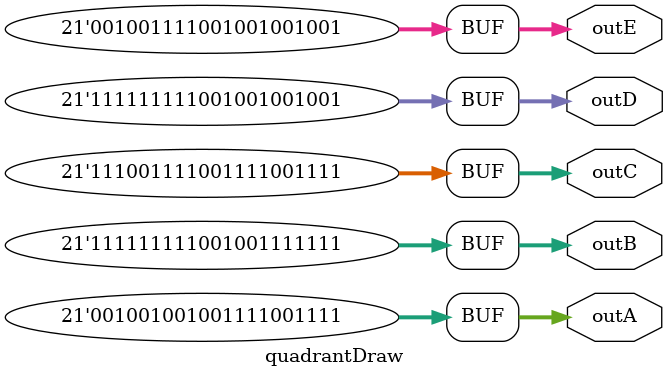
<source format=v>
module quadrantDraw (outA,outB,outC,outD,outE);

output [0:20]outA=21'o1111717;
output [0:20]outB=21'o7771177;
output [0:20]outC=21'o7171717;
output [0:20]outD=21'o7771111;
output [0:20]outE=21'o1171111;

endmodule
</source>
